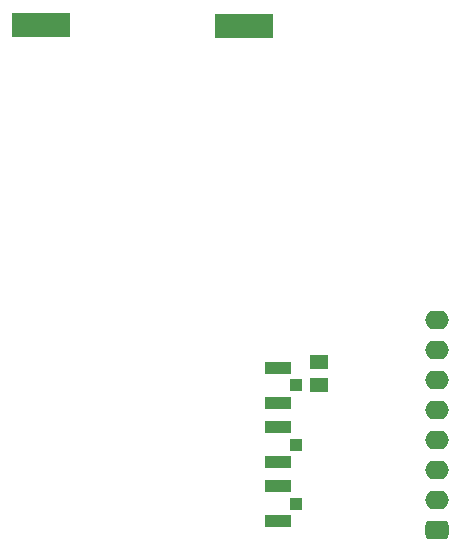
<source format=gbr>
G04*
G04 #@! TF.GenerationSoftware,Altium Limited,Altium Designer,25.8.1 (18)*
G04*
G04 Layer_Color=128*
%FSLAX25Y25*%
%MOIN*%
G70*
G04*
G04 #@! TF.SameCoordinates,A86E57CF-C6E6-4710-AEDF-4A901DF70E31*
G04*
G04*
G04 #@! TF.FilePolarity,Positive*
G04*
G01*
G75*
%ADD21R,0.06299X0.05118*%
%ADD25R,0.19685X0.07874*%
%ADD28R,0.08661X0.04134*%
%ADD39R,0.04134X0.03937*%
%ADD43R,0.19685X0.07874*%
%ADD71O,0.07874X0.06299*%
G04:AMPARAMS|DCode=72|XSize=62.99mil|YSize=78.74mil|CornerRadius=15.75mil|HoleSize=0mil|Usage=FLASHONLY|Rotation=90.000|XOffset=0mil|YOffset=0mil|HoleType=Round|Shape=RoundedRectangle|*
%AMROUNDEDRECTD72*
21,1,0.06299,0.04724,0,0,90.0*
21,1,0.03150,0.07874,0,0,90.0*
1,1,0.03150,0.02362,0.01575*
1,1,0.03150,0.02362,-0.01575*
1,1,0.03150,-0.02362,-0.01575*
1,1,0.03150,-0.02362,0.01575*
%
%ADD72ROUNDEDRECTD72*%
D21*
X151575Y70669D02*
D03*
Y63189D02*
D03*
D25*
X126390Y182852D02*
D03*
D28*
X137795Y49114D02*
D03*
Y37500D02*
D03*
Y57185D02*
D03*
Y68799D02*
D03*
Y17815D02*
D03*
Y29429D02*
D03*
D39*
X143799Y43307D02*
D03*
Y23622D02*
D03*
Y62992D02*
D03*
D43*
X58650Y183289D02*
D03*
D71*
X190945Y84803D02*
D03*
Y24803D02*
D03*
Y74803D02*
D03*
Y64803D02*
D03*
Y44803D02*
D03*
Y54803D02*
D03*
Y34803D02*
D03*
D72*
Y14803D02*
D03*
M02*

</source>
